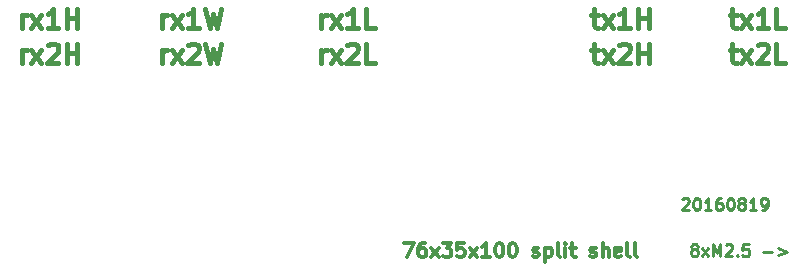
<source format=gto>
G04 #@! TF.FileFunction,Legend,Top*
%FSLAX46Y46*%
G04 Gerber Fmt 4.6, Leading zero omitted, Abs format (unit mm)*
G04 Created by KiCad (PCBNEW (2016-07-22 BZR 6991, Git 146a78a)-product) date 08/19/16 17:40:47*
%MOMM*%
%LPD*%
G01*
G04 APERTURE LIST*
%ADD10C,0.150000*%
%ADD11C,0.250000*%
%ADD12C,0.300000*%
%ADD13C,0.400000*%
%ADD14C,0.700000*%
%ADD15C,1.350000*%
%ADD16C,3.000000*%
%ADD17C,0.254000*%
G04 APERTURE END LIST*
D10*
D11*
X62732976Y-28307619D02*
X62780595Y-28260000D01*
X62875833Y-28212380D01*
X63113928Y-28212380D01*
X63209166Y-28260000D01*
X63256785Y-28307619D01*
X63304404Y-28402857D01*
X63304404Y-28498095D01*
X63256785Y-28640952D01*
X62685357Y-29212380D01*
X63304404Y-29212380D01*
X63923452Y-28212380D02*
X64018690Y-28212380D01*
X64113928Y-28260000D01*
X64161547Y-28307619D01*
X64209166Y-28402857D01*
X64256785Y-28593333D01*
X64256785Y-28831428D01*
X64209166Y-29021904D01*
X64161547Y-29117142D01*
X64113928Y-29164761D01*
X64018690Y-29212380D01*
X63923452Y-29212380D01*
X63828214Y-29164761D01*
X63780595Y-29117142D01*
X63732976Y-29021904D01*
X63685357Y-28831428D01*
X63685357Y-28593333D01*
X63732976Y-28402857D01*
X63780595Y-28307619D01*
X63828214Y-28260000D01*
X63923452Y-28212380D01*
X65209166Y-29212380D02*
X64637738Y-29212380D01*
X64923452Y-29212380D02*
X64923452Y-28212380D01*
X64828214Y-28355238D01*
X64732976Y-28450476D01*
X64637738Y-28498095D01*
X66066309Y-28212380D02*
X65875833Y-28212380D01*
X65780595Y-28260000D01*
X65732976Y-28307619D01*
X65637738Y-28450476D01*
X65590119Y-28640952D01*
X65590119Y-29021904D01*
X65637738Y-29117142D01*
X65685357Y-29164761D01*
X65780595Y-29212380D01*
X65971071Y-29212380D01*
X66066309Y-29164761D01*
X66113928Y-29117142D01*
X66161547Y-29021904D01*
X66161547Y-28783809D01*
X66113928Y-28688571D01*
X66066309Y-28640952D01*
X65971071Y-28593333D01*
X65780595Y-28593333D01*
X65685357Y-28640952D01*
X65637738Y-28688571D01*
X65590119Y-28783809D01*
X66780595Y-28212380D02*
X66875833Y-28212380D01*
X66971071Y-28260000D01*
X67018690Y-28307619D01*
X67066309Y-28402857D01*
X67113928Y-28593333D01*
X67113928Y-28831428D01*
X67066309Y-29021904D01*
X67018690Y-29117142D01*
X66971071Y-29164761D01*
X66875833Y-29212380D01*
X66780595Y-29212380D01*
X66685357Y-29164761D01*
X66637738Y-29117142D01*
X66590119Y-29021904D01*
X66542500Y-28831428D01*
X66542500Y-28593333D01*
X66590119Y-28402857D01*
X66637738Y-28307619D01*
X66685357Y-28260000D01*
X66780595Y-28212380D01*
X67685357Y-28640952D02*
X67590119Y-28593333D01*
X67542500Y-28545714D01*
X67494880Y-28450476D01*
X67494880Y-28402857D01*
X67542500Y-28307619D01*
X67590119Y-28260000D01*
X67685357Y-28212380D01*
X67875833Y-28212380D01*
X67971071Y-28260000D01*
X68018690Y-28307619D01*
X68066309Y-28402857D01*
X68066309Y-28450476D01*
X68018690Y-28545714D01*
X67971071Y-28593333D01*
X67875833Y-28640952D01*
X67685357Y-28640952D01*
X67590119Y-28688571D01*
X67542500Y-28736190D01*
X67494880Y-28831428D01*
X67494880Y-29021904D01*
X67542500Y-29117142D01*
X67590119Y-29164761D01*
X67685357Y-29212380D01*
X67875833Y-29212380D01*
X67971071Y-29164761D01*
X68018690Y-29117142D01*
X68066309Y-29021904D01*
X68066309Y-28831428D01*
X68018690Y-28736190D01*
X67971071Y-28688571D01*
X67875833Y-28640952D01*
X69018690Y-29212380D02*
X68447261Y-29212380D01*
X68732976Y-29212380D02*
X68732976Y-28212380D01*
X68637738Y-28355238D01*
X68542500Y-28450476D01*
X68447261Y-28498095D01*
X69494880Y-29212380D02*
X69685357Y-29212380D01*
X69780595Y-29164761D01*
X69828214Y-29117142D01*
X69923452Y-28974285D01*
X69971071Y-28783809D01*
X69971071Y-28402857D01*
X69923452Y-28307619D01*
X69875833Y-28260000D01*
X69780595Y-28212380D01*
X69590119Y-28212380D01*
X69494880Y-28260000D01*
X69447261Y-28307619D01*
X69399642Y-28402857D01*
X69399642Y-28640952D01*
X69447261Y-28736190D01*
X69494880Y-28783809D01*
X69590119Y-28831428D01*
X69780595Y-28831428D01*
X69875833Y-28783809D01*
X69923452Y-28736190D01*
X69971071Y-28640952D01*
X63693452Y-32540952D02*
X63598214Y-32493333D01*
X63550595Y-32445714D01*
X63502976Y-32350476D01*
X63502976Y-32302857D01*
X63550595Y-32207619D01*
X63598214Y-32160000D01*
X63693452Y-32112380D01*
X63883928Y-32112380D01*
X63979166Y-32160000D01*
X64026785Y-32207619D01*
X64074404Y-32302857D01*
X64074404Y-32350476D01*
X64026785Y-32445714D01*
X63979166Y-32493333D01*
X63883928Y-32540952D01*
X63693452Y-32540952D01*
X63598214Y-32588571D01*
X63550595Y-32636190D01*
X63502976Y-32731428D01*
X63502976Y-32921904D01*
X63550595Y-33017142D01*
X63598214Y-33064761D01*
X63693452Y-33112380D01*
X63883928Y-33112380D01*
X63979166Y-33064761D01*
X64026785Y-33017142D01*
X64074404Y-32921904D01*
X64074404Y-32731428D01*
X64026785Y-32636190D01*
X63979166Y-32588571D01*
X63883928Y-32540952D01*
X64407738Y-33112380D02*
X64931547Y-32445714D01*
X64407738Y-32445714D02*
X64931547Y-33112380D01*
X65312500Y-33112380D02*
X65312500Y-32112380D01*
X65645833Y-32826666D01*
X65979166Y-32112380D01*
X65979166Y-33112380D01*
X66407738Y-32207619D02*
X66455357Y-32160000D01*
X66550595Y-32112380D01*
X66788690Y-32112380D01*
X66883928Y-32160000D01*
X66931547Y-32207619D01*
X66979166Y-32302857D01*
X66979166Y-32398095D01*
X66931547Y-32540952D01*
X66360119Y-33112380D01*
X66979166Y-33112380D01*
X67407738Y-33017142D02*
X67455357Y-33064761D01*
X67407738Y-33112380D01*
X67360119Y-33064761D01*
X67407738Y-33017142D01*
X67407738Y-33112380D01*
X68360119Y-32112380D02*
X67883928Y-32112380D01*
X67836309Y-32588571D01*
X67883928Y-32540952D01*
X67979166Y-32493333D01*
X68217261Y-32493333D01*
X68312500Y-32540952D01*
X68360119Y-32588571D01*
X68407738Y-32683809D01*
X68407738Y-32921904D01*
X68360119Y-33017142D01*
X68312500Y-33064761D01*
X68217261Y-33112380D01*
X67979166Y-33112380D01*
X67883928Y-33064761D01*
X67836309Y-33017142D01*
X69598214Y-32731428D02*
X70360119Y-32731428D01*
X70836309Y-32445714D02*
X71598214Y-32731428D01*
X70836309Y-33017142D01*
D12*
X39192857Y-31992857D02*
X39992857Y-31992857D01*
X39478571Y-33192857D01*
X40964285Y-31992857D02*
X40735714Y-31992857D01*
X40621428Y-32050000D01*
X40564285Y-32107142D01*
X40449999Y-32278571D01*
X40392857Y-32507142D01*
X40392857Y-32964285D01*
X40449999Y-33078571D01*
X40507142Y-33135714D01*
X40621428Y-33192857D01*
X40849999Y-33192857D01*
X40964285Y-33135714D01*
X41021428Y-33078571D01*
X41078571Y-32964285D01*
X41078571Y-32678571D01*
X41021428Y-32564285D01*
X40964285Y-32507142D01*
X40849999Y-32450000D01*
X40621428Y-32450000D01*
X40507142Y-32507142D01*
X40449999Y-32564285D01*
X40392857Y-32678571D01*
X41478571Y-33192857D02*
X42107142Y-32392857D01*
X41478571Y-32392857D02*
X42107142Y-33192857D01*
X42449999Y-31992857D02*
X43192857Y-31992857D01*
X42792857Y-32450000D01*
X42964285Y-32450000D01*
X43078571Y-32507142D01*
X43135714Y-32564285D01*
X43192857Y-32678571D01*
X43192857Y-32964285D01*
X43135714Y-33078571D01*
X43078571Y-33135714D01*
X42964285Y-33192857D01*
X42621428Y-33192857D01*
X42507142Y-33135714D01*
X42449999Y-33078571D01*
X44278571Y-31992857D02*
X43707142Y-31992857D01*
X43650000Y-32564285D01*
X43707142Y-32507142D01*
X43821428Y-32450000D01*
X44107142Y-32450000D01*
X44221428Y-32507142D01*
X44278571Y-32564285D01*
X44335714Y-32678571D01*
X44335714Y-32964285D01*
X44278571Y-33078571D01*
X44221428Y-33135714D01*
X44107142Y-33192857D01*
X43821428Y-33192857D01*
X43707142Y-33135714D01*
X43650000Y-33078571D01*
X44735714Y-33192857D02*
X45364285Y-32392857D01*
X44735714Y-32392857D02*
X45364285Y-33192857D01*
X46450000Y-33192857D02*
X45764285Y-33192857D01*
X46107142Y-33192857D02*
X46107142Y-31992857D01*
X45992857Y-32164285D01*
X45878571Y-32278571D01*
X45764285Y-32335714D01*
X47192857Y-31992857D02*
X47307142Y-31992857D01*
X47421428Y-32050000D01*
X47478571Y-32107142D01*
X47535714Y-32221428D01*
X47592857Y-32450000D01*
X47592857Y-32735714D01*
X47535714Y-32964285D01*
X47478571Y-33078571D01*
X47421428Y-33135714D01*
X47307142Y-33192857D01*
X47192857Y-33192857D01*
X47078571Y-33135714D01*
X47021428Y-33078571D01*
X46964285Y-32964285D01*
X46907142Y-32735714D01*
X46907142Y-32450000D01*
X46964285Y-32221428D01*
X47021428Y-32107142D01*
X47078571Y-32050000D01*
X47192857Y-31992857D01*
X48335714Y-31992857D02*
X48450000Y-31992857D01*
X48564285Y-32050000D01*
X48621428Y-32107142D01*
X48678571Y-32221428D01*
X48735714Y-32450000D01*
X48735714Y-32735714D01*
X48678571Y-32964285D01*
X48621428Y-33078571D01*
X48564285Y-33135714D01*
X48450000Y-33192857D01*
X48335714Y-33192857D01*
X48221428Y-33135714D01*
X48164285Y-33078571D01*
X48107142Y-32964285D01*
X48050000Y-32735714D01*
X48050000Y-32450000D01*
X48107142Y-32221428D01*
X48164285Y-32107142D01*
X48221428Y-32050000D01*
X48335714Y-31992857D01*
X50107142Y-33135714D02*
X50221428Y-33192857D01*
X50450000Y-33192857D01*
X50564285Y-33135714D01*
X50621428Y-33021428D01*
X50621428Y-32964285D01*
X50564285Y-32850000D01*
X50450000Y-32792857D01*
X50278571Y-32792857D01*
X50164285Y-32735714D01*
X50107142Y-32621428D01*
X50107142Y-32564285D01*
X50164285Y-32450000D01*
X50278571Y-32392857D01*
X50450000Y-32392857D01*
X50564285Y-32450000D01*
X51135714Y-32392857D02*
X51135714Y-33592857D01*
X51135714Y-32450000D02*
X51250000Y-32392857D01*
X51478571Y-32392857D01*
X51592857Y-32450000D01*
X51650000Y-32507142D01*
X51707142Y-32621428D01*
X51707142Y-32964285D01*
X51650000Y-33078571D01*
X51592857Y-33135714D01*
X51478571Y-33192857D01*
X51250000Y-33192857D01*
X51135714Y-33135714D01*
X52392857Y-33192857D02*
X52278571Y-33135714D01*
X52221428Y-33021428D01*
X52221428Y-31992857D01*
X52850000Y-33192857D02*
X52850000Y-32392857D01*
X52850000Y-31992857D02*
X52792857Y-32050000D01*
X52850000Y-32107142D01*
X52907142Y-32050000D01*
X52850000Y-31992857D01*
X52850000Y-32107142D01*
X53250000Y-32392857D02*
X53707142Y-32392857D01*
X53421428Y-31992857D02*
X53421428Y-33021428D01*
X53478571Y-33135714D01*
X53592857Y-33192857D01*
X53707142Y-33192857D01*
X54964285Y-33135714D02*
X55078571Y-33192857D01*
X55307142Y-33192857D01*
X55421428Y-33135714D01*
X55478571Y-33021428D01*
X55478571Y-32964285D01*
X55421428Y-32850000D01*
X55307142Y-32792857D01*
X55135714Y-32792857D01*
X55021428Y-32735714D01*
X54964285Y-32621428D01*
X54964285Y-32564285D01*
X55021428Y-32450000D01*
X55135714Y-32392857D01*
X55307142Y-32392857D01*
X55421428Y-32450000D01*
X55992857Y-33192857D02*
X55992857Y-31992857D01*
X56507142Y-33192857D02*
X56507142Y-32564285D01*
X56450000Y-32450000D01*
X56335714Y-32392857D01*
X56164285Y-32392857D01*
X56050000Y-32450000D01*
X55992857Y-32507142D01*
X57535714Y-33135714D02*
X57421428Y-33192857D01*
X57192857Y-33192857D01*
X57078571Y-33135714D01*
X57021428Y-33021428D01*
X57021428Y-32564285D01*
X57078571Y-32450000D01*
X57192857Y-32392857D01*
X57421428Y-32392857D01*
X57535714Y-32450000D01*
X57592857Y-32564285D01*
X57592857Y-32678571D01*
X57021428Y-32792857D01*
X58278571Y-33192857D02*
X58164285Y-33135714D01*
X58107142Y-33021428D01*
X58107142Y-31992857D01*
X58907142Y-33192857D02*
X58792857Y-33135714D01*
X58735714Y-33021428D01*
X58735714Y-31992857D01*
D13*
X66758095Y-15657142D02*
X67367619Y-15657142D01*
X66986666Y-15123809D02*
X66986666Y-16495238D01*
X67062857Y-16647619D01*
X67215238Y-16723809D01*
X67367619Y-16723809D01*
X67748571Y-16723809D02*
X68586666Y-15657142D01*
X67748571Y-15657142D02*
X68586666Y-16723809D01*
X69120000Y-15276190D02*
X69196190Y-15200000D01*
X69348571Y-15123809D01*
X69729523Y-15123809D01*
X69881904Y-15200000D01*
X69958095Y-15276190D01*
X70034285Y-15428571D01*
X70034285Y-15580952D01*
X69958095Y-15809523D01*
X69043809Y-16723809D01*
X70034285Y-16723809D01*
X71481904Y-16723809D02*
X70720000Y-16723809D01*
X70720000Y-15123809D01*
X55027619Y-15657142D02*
X55637142Y-15657142D01*
X55256190Y-15123809D02*
X55256190Y-16495238D01*
X55332380Y-16647619D01*
X55484761Y-16723809D01*
X55637142Y-16723809D01*
X56018095Y-16723809D02*
X56856190Y-15657142D01*
X56018095Y-15657142D02*
X56856190Y-16723809D01*
X57389523Y-15276190D02*
X57465714Y-15200000D01*
X57618095Y-15123809D01*
X57999047Y-15123809D01*
X58151428Y-15200000D01*
X58227619Y-15276190D01*
X58303809Y-15428571D01*
X58303809Y-15580952D01*
X58227619Y-15809523D01*
X57313333Y-16723809D01*
X58303809Y-16723809D01*
X58989523Y-16723809D02*
X58989523Y-15123809D01*
X58989523Y-15885714D02*
X59903809Y-15885714D01*
X59903809Y-16723809D02*
X59903809Y-15123809D01*
X32178571Y-16723809D02*
X32178571Y-15657142D01*
X32178571Y-15961904D02*
X32254761Y-15809523D01*
X32330952Y-15733333D01*
X32483333Y-15657142D01*
X32635714Y-15657142D01*
X33016666Y-16723809D02*
X33854761Y-15657142D01*
X33016666Y-15657142D02*
X33854761Y-16723809D01*
X34388095Y-15276190D02*
X34464285Y-15200000D01*
X34616666Y-15123809D01*
X34997619Y-15123809D01*
X35150000Y-15200000D01*
X35226190Y-15276190D01*
X35302380Y-15428571D01*
X35302380Y-15580952D01*
X35226190Y-15809523D01*
X34311904Y-16723809D01*
X35302380Y-16723809D01*
X36750000Y-16723809D02*
X35988095Y-16723809D01*
X35988095Y-15123809D01*
X18681904Y-16723809D02*
X18681904Y-15657142D01*
X18681904Y-15961904D02*
X18758095Y-15809523D01*
X18834285Y-15733333D01*
X18986666Y-15657142D01*
X19139047Y-15657142D01*
X19520000Y-16723809D02*
X20358095Y-15657142D01*
X19520000Y-15657142D02*
X20358095Y-16723809D01*
X20891428Y-15276190D02*
X20967619Y-15200000D01*
X21120000Y-15123809D01*
X21500952Y-15123809D01*
X21653333Y-15200000D01*
X21729523Y-15276190D01*
X21805714Y-15428571D01*
X21805714Y-15580952D01*
X21729523Y-15809523D01*
X20815238Y-16723809D01*
X21805714Y-16723809D01*
X22339047Y-15123809D02*
X22720000Y-16723809D01*
X23024761Y-15580952D01*
X23329523Y-16723809D01*
X23710476Y-15123809D01*
X6808095Y-16723809D02*
X6808095Y-15657142D01*
X6808095Y-15961904D02*
X6884285Y-15809523D01*
X6960476Y-15733333D01*
X7112857Y-15657142D01*
X7265238Y-15657142D01*
X7646190Y-16723809D02*
X8484285Y-15657142D01*
X7646190Y-15657142D02*
X8484285Y-16723809D01*
X9017619Y-15276190D02*
X9093809Y-15200000D01*
X9246190Y-15123809D01*
X9627142Y-15123809D01*
X9779523Y-15200000D01*
X9855714Y-15276190D01*
X9931904Y-15428571D01*
X9931904Y-15580952D01*
X9855714Y-15809523D01*
X8941428Y-16723809D01*
X9931904Y-16723809D01*
X10617619Y-16723809D02*
X10617619Y-15123809D01*
X10617619Y-15885714D02*
X11531904Y-15885714D01*
X11531904Y-16723809D02*
X11531904Y-15123809D01*
X6808095Y-13773809D02*
X6808095Y-12707142D01*
X6808095Y-13011904D02*
X6884285Y-12859523D01*
X6960476Y-12783333D01*
X7112857Y-12707142D01*
X7265238Y-12707142D01*
X7646190Y-13773809D02*
X8484285Y-12707142D01*
X7646190Y-12707142D02*
X8484285Y-13773809D01*
X9931904Y-13773809D02*
X9017619Y-13773809D01*
X9474761Y-13773809D02*
X9474761Y-12173809D01*
X9322380Y-12402380D01*
X9170000Y-12554761D01*
X9017619Y-12630952D01*
X10617619Y-13773809D02*
X10617619Y-12173809D01*
X10617619Y-12935714D02*
X11531904Y-12935714D01*
X11531904Y-13773809D02*
X11531904Y-12173809D01*
X18681904Y-13773809D02*
X18681904Y-12707142D01*
X18681904Y-13011904D02*
X18758095Y-12859523D01*
X18834285Y-12783333D01*
X18986666Y-12707142D01*
X19139047Y-12707142D01*
X19520000Y-13773809D02*
X20358095Y-12707142D01*
X19520000Y-12707142D02*
X20358095Y-13773809D01*
X21805714Y-13773809D02*
X20891428Y-13773809D01*
X21348571Y-13773809D02*
X21348571Y-12173809D01*
X21196190Y-12402380D01*
X21043809Y-12554761D01*
X20891428Y-12630952D01*
X22339047Y-12173809D02*
X22720000Y-13773809D01*
X23024761Y-12630952D01*
X23329523Y-13773809D01*
X23710476Y-12173809D01*
X32178571Y-13773809D02*
X32178571Y-12707142D01*
X32178571Y-13011904D02*
X32254761Y-12859523D01*
X32330952Y-12783333D01*
X32483333Y-12707142D01*
X32635714Y-12707142D01*
X33016666Y-13773809D02*
X33854761Y-12707142D01*
X33016666Y-12707142D02*
X33854761Y-13773809D01*
X35302380Y-13773809D02*
X34388095Y-13773809D01*
X34845238Y-13773809D02*
X34845238Y-12173809D01*
X34692857Y-12402380D01*
X34540476Y-12554761D01*
X34388095Y-12630952D01*
X36750000Y-13773809D02*
X35988095Y-13773809D01*
X35988095Y-12173809D01*
X55027619Y-12707142D02*
X55637142Y-12707142D01*
X55256190Y-12173809D02*
X55256190Y-13545238D01*
X55332380Y-13697619D01*
X55484761Y-13773809D01*
X55637142Y-13773809D01*
X56018095Y-13773809D02*
X56856190Y-12707142D01*
X56018095Y-12707142D02*
X56856190Y-13773809D01*
X58303809Y-13773809D02*
X57389523Y-13773809D01*
X57846666Y-13773809D02*
X57846666Y-12173809D01*
X57694285Y-12402380D01*
X57541904Y-12554761D01*
X57389523Y-12630952D01*
X58989523Y-13773809D02*
X58989523Y-12173809D01*
X58989523Y-12935714D02*
X59903809Y-12935714D01*
X59903809Y-13773809D02*
X59903809Y-12173809D01*
X66758095Y-12707142D02*
X67367619Y-12707142D01*
X66986666Y-12173809D02*
X66986666Y-13545238D01*
X67062857Y-13697619D01*
X67215238Y-13773809D01*
X67367619Y-13773809D01*
X67748571Y-13773809D02*
X68586666Y-12707142D01*
X67748571Y-12707142D02*
X68586666Y-13773809D01*
X70034285Y-13773809D02*
X69120000Y-13773809D01*
X69577142Y-13773809D02*
X69577142Y-12173809D01*
X69424761Y-12402380D01*
X69272380Y-12554761D01*
X69120000Y-12630952D01*
X71481904Y-13773809D02*
X70720000Y-13773809D01*
X70720000Y-12173809D01*
%LPC*%
D14*
X68720000Y-19650000D02*
X68720000Y-23620000D01*
D15*
X69630000Y-21630000D02*
G75*
G03X69630000Y-21630000I-3830000J0D01*
G01*
D16*
X68460000Y-21630000D02*
G75*
G03X68460000Y-21630000I-2660000J0D01*
G01*
D14*
X55720000Y-19650000D02*
X55720000Y-23620000D01*
D15*
X56630000Y-21630000D02*
G75*
G03X56630000Y-21630000I-3830000J0D01*
G01*
D16*
X55460000Y-21630000D02*
G75*
G03X55460000Y-21630000I-2660000J0D01*
G01*
D14*
X68720000Y-5650000D02*
X68720000Y-9620000D01*
D15*
X69630000Y-7630000D02*
G75*
G03X69630000Y-7630000I-3830000J0D01*
G01*
D16*
X68460000Y-7630000D02*
G75*
G03X68460000Y-7630000I-2660000J0D01*
G01*
D14*
X55720000Y-5650000D02*
X55720000Y-9620000D01*
D15*
X56630000Y-7630000D02*
G75*
G03X56630000Y-7630000I-3830000J0D01*
G01*
D16*
X55460000Y-7630000D02*
G75*
G03X55460000Y-7630000I-2660000J0D01*
G01*
D14*
X41720000Y-19650000D02*
X41720000Y-23620000D01*
D15*
X42630000Y-21630000D02*
G75*
G03X42630000Y-21630000I-3830000J0D01*
G01*
D16*
X41460000Y-21630000D02*
G75*
G03X41460000Y-21630000I-2660000J0D01*
G01*
D14*
X28720000Y-19650000D02*
X28720000Y-23620000D01*
D15*
X29630000Y-21630000D02*
G75*
G03X29630000Y-21630000I-3830000J0D01*
G01*
D16*
X28460000Y-21630000D02*
G75*
G03X28460000Y-21630000I-2660000J0D01*
G01*
D14*
X15720000Y-19650000D02*
X15720000Y-23620000D01*
D15*
X16630000Y-21630000D02*
G75*
G03X16630000Y-21630000I-3830000J0D01*
G01*
D16*
X15460000Y-21630000D02*
G75*
G03X15460000Y-21630000I-2660000J0D01*
G01*
D14*
X41720000Y-5650000D02*
X41720000Y-9620000D01*
D15*
X42630000Y-7630000D02*
G75*
G03X42630000Y-7630000I-3830000J0D01*
G01*
D16*
X41460000Y-7630000D02*
G75*
G03X41460000Y-7630000I-2660000J0D01*
G01*
D14*
X28720000Y-5650000D02*
X28720000Y-9620000D01*
D15*
X29630000Y-7630000D02*
G75*
G03X29630000Y-7630000I-3830000J0D01*
G01*
D16*
X28460000Y-7630000D02*
G75*
G03X28460000Y-7630000I-2660000J0D01*
G01*
D14*
X15720000Y-5650000D02*
X15720000Y-9620000D01*
D15*
X16630000Y-7630000D02*
G75*
G03X16630000Y-7630000I-3830000J0D01*
G01*
D16*
X15460000Y-7630000D02*
G75*
G03X15460000Y-7630000I-2660000J0D01*
G01*
D17*
G36*
X74774827Y-156982D02*
X74811147Y-2663072D01*
X3654759Y-2702930D01*
X3609280Y-147018D01*
X74774827Y-156982D01*
X74774827Y-156982D01*
G37*
X74774827Y-156982D02*
X74811147Y-2663072D01*
X3654759Y-2702930D01*
X3609280Y-147018D01*
X74774827Y-156982D01*
G36*
X74562943Y-33988670D02*
X74582018Y-36463072D01*
X3425589Y-36502930D01*
X3397395Y-33978706D01*
X74562943Y-33988670D01*
X74562943Y-33988670D01*
G37*
X74562943Y-33988670D02*
X74582018Y-36463072D01*
X3425589Y-36502930D01*
X3397395Y-33978706D01*
X74562943Y-33988670D01*
G36*
X78673000Y-36503000D02*
X72627000Y-36503000D01*
X72627000Y-157000D01*
X78673000Y-157000D01*
X78673000Y-36503000D01*
X78673000Y-36503000D01*
G37*
X78673000Y-36503000D02*
X72627000Y-36503000D01*
X72627000Y-157000D01*
X78673000Y-157000D01*
X78673000Y-36503000D01*
G36*
X6173000Y-36469854D02*
X127000Y-36469854D01*
X127000Y-123854D01*
X6173000Y-123854D01*
X6173000Y-36469854D01*
X6173000Y-36469854D01*
G37*
X6173000Y-36469854D02*
X127000Y-36469854D01*
X127000Y-123854D01*
X6173000Y-123854D01*
X6173000Y-36469854D01*
G36*
X72439650Y-31342987D02*
X5706247Y-31333019D01*
X5697758Y-29906981D01*
X72941483Y-29897026D01*
X72439650Y-31342987D01*
X72439650Y-31342987D01*
G37*
X72439650Y-31342987D02*
X5706247Y-31333019D01*
X5697758Y-29906981D01*
X72941483Y-29897026D01*
X72439650Y-31342987D01*
M02*

</source>
